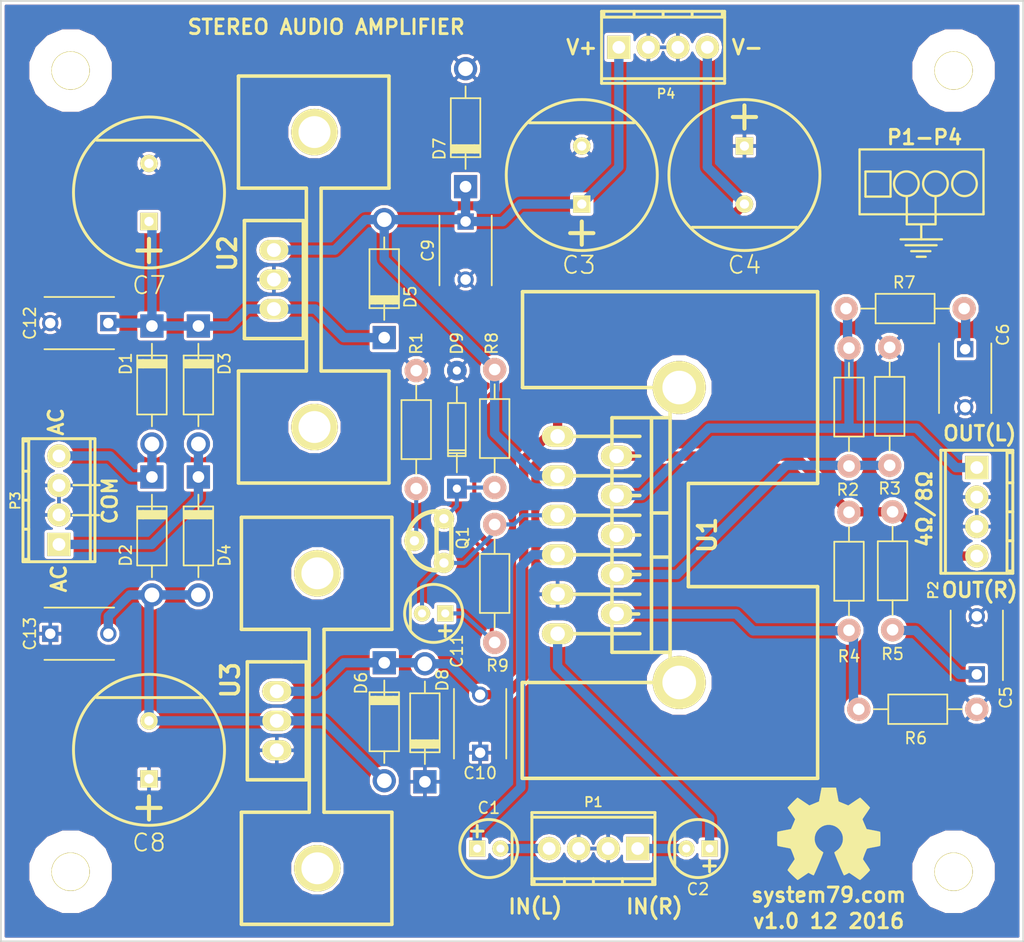
<source format=kicad_pcb>
(kicad_pcb (version 4) (host pcbnew 4.0.2-stable)
  (layers (0 F.Cu signal) (31 B.Cu signal) (34 B.Paste user) (35 F.Paste user) (36 B.SilkS user) (37 F.SilkS user) (38 B.Mask user) (39 F.Mask user) (44 Edge.Cuts user))
  (net 0 "")
  (net 1 "Net-(C1-Pad1)")
  (net 2 "Net-(C1-Pad2)")
  (net 3 "Net-(C2-Pad1)")
  (net 4 "Net-(C2-Pad2)")
  (net 5 GND)
  (net 6 +V)
  (net 7 -V)
  (net 8 "Net-(C5-Pad1)")
  (net 9 "Net-(C6-Pad1)")
  (net 10 "Net-(D1-Pad2)")
  (net 11 "Net-(D3-Pad2)")
  (net 12 "Net-(P2-Pad4)")
  (net 13 "Net-(P2-Pad1)")
  (net 14 "Net-(R2-Pad2)")
  (net 15 "Net-(R4-Pad1)")
  (net 16 "Net-(C11-Pad2)")
  (net 17 "Net-(D9-Pad1)")
  (net 18 "Net-(Q1-Pad2)")
  (net 19 "Net-(C12-Pad1)")
  (net 20 "Net-(C13-Pad2)")
  (module Capacitors_THT:C_Disc_D6_P5 (layer F.Cu) (at 135.25 135.75 90)
    (fp_text reference C10 (at -1.75 0 180) (layer F.SilkS))
    (fp_text value 100n)
    (pad 1 thru_hole rect (at 0 0 90) (size 1.4 1.4) (drill 0.9) (layers *.Cu *.Mask) (net 5 GND))
    (pad 2 thru_hole circle (at 5 0 90) (size 1.4 1.4) (drill 0.9) (layers *.Cu *.Mask) (net 7 -V))
  )
  (module MyModules:2MM-POL-CAP (layer F.Cu) (at 136 144)
    (fp_text reference C1 (at 0 -3.5) (layer F.SilkS))
    (fp_text value 1µ hide)
    (pad 1 thru_hole rect (at -1 0) (size 1.4 1.4) (drill 0.7) (layers *.Cu *.Mask F.SilkS) (net 1 "Net-(C1-Pad1)"))
    (pad 2 thru_hole circle (at 1 0) (size 1.4 1.4) (drill 0.7) (layers *.Cu *.Mask F.SilkS) (net 2 "Net-(C1-Pad2)"))
  )
  (module MyModules:2MM-POL-CAP (layer F.Cu) (at 154 144 180)
    (fp_text reference C2 (at 0 -3.5 180) (layer F.SilkS))
    (fp_text value 1µ hide)
    (pad 1 thru_hole rect (at -1 0 180) (size 1.4 1.4) (drill 0.7) (layers *.Cu *.Mask F.SilkS) (net 3 "Net-(C2-Pad1)"))
    (pad 2 thru_hole circle (at 1 0 180) (size 1.4 1.4) (drill 0.7) (layers *.Cu *.Mask F.SilkS) (net 4 "Net-(C2-Pad2)"))
  )
  (module MyModules:5MM-POL-CAP (layer F.Cu) (at 144 86 90)
    (fp_text reference C3 (at -7.75 -0.25 180) (layer F.SilkS) (effects (font (size 1.5 1.5))))
    (fp_text value 1000µ hide)
    (pad 1 thru_hole rect (at -2.5 0 90) (size 1.5 1.5) (drill 0.8) (layers *.Cu *.Mask F.SilkS) (net 6 +V))
    (pad 2 thru_hole circle (at 2.5 0 90) (size 1.5 1.5) (drill 0.8) (layers *.Cu *.Mask F.SilkS) (net 5 GND))
  )
  (module MyModules:5MM-POL-CAP (layer F.Cu) (at 158 86 270)
    (fp_text reference C4 (at 7.75 0 360) (layer F.SilkS) (effects (font (size 1.5 1.5))))
    (fp_text value 1000µ hide)
    (pad 1 thru_hole rect (at -2.5 0 270) (size 1.5 1.5) (drill 0.8) (layers *.Cu *.Mask F.SilkS) (net 5 GND))
    (pad 2 thru_hole circle (at 2.5 0 270) (size 1.5 1.5) (drill 0.8) (layers *.Cu *.Mask F.SilkS) (net 7 -V))
  )
  (module Capacitors_THT:C_Disc_D6_P5 (layer F.Cu) (at 178 129 90)
    (fp_text reference C5 (at -2 2.5 90) (layer F.SilkS))
    (fp_text value 100n)
    (pad 1 thru_hole rect (at 0 0 90) (size 1.4 1.4) (drill 0.9) (layers *.Cu *.Mask) (net 8 "Net-(C5-Pad1)"))
    (pad 2 thru_hole circle (at 5 0 90) (size 1.4 1.4) (drill 0.9) (layers *.Cu *.Mask) (net 5 GND))
  )
  (module Capacitors_THT:C_Disc_D6_P5 (layer F.Cu) (at 177 101 270)
    (fp_text reference C6 (at -1.25 -3.25 270) (layer F.SilkS))
    (fp_text value 100n)
    (pad 1 thru_hole rect (at 0 0 270) (size 1.4 1.4) (drill 0.9) (layers *.Cu *.Mask) (net 9 "Net-(C6-Pad1)"))
    (pad 2 thru_hole circle (at 5 0 270) (size 1.4 1.4) (drill 0.9) (layers *.Cu *.Mask) (net 5 GND))
  )
  (module MyModules:5MM-POL-CAP (layer F.Cu) (at 106.75 87.5 90)
    (fp_text reference C7 (at -8 0 180) (layer F.SilkS) (effects (font (size 1.5 1.5))))
    (fp_text value 2200µ hide)
    (pad 1 thru_hole rect (at -2.5 0 90) (size 1.5 1.5) (drill 0.8) (layers *.Cu *.Mask F.SilkS) (net 19 "Net-(C12-Pad1)"))
    (pad 2 thru_hole circle (at 2.5 0 90) (size 1.5 1.5) (drill 0.8) (layers *.Cu *.Mask F.SilkS) (net 5 GND))
  )
  (module MyModules:5MM-POL-CAP (layer F.Cu) (at 106.75 135.5 90)
    (fp_text reference C8 (at -8 0 180) (layer F.SilkS) (effects (font (size 1.5 1.5))))
    (fp_text value 2200µ hide)
    (pad 1 thru_hole rect (at -2.5 0 90) (size 1.5 1.5) (drill 0.8) (layers *.Cu *.Mask F.SilkS) (net 5 GND))
    (pad 2 thru_hole circle (at 2.5 0 90) (size 1.5 1.5) (drill 0.8) (layers *.Cu *.Mask F.SilkS) (net 20 "Net-(C13-Pad2)"))
  )
  (module Capacitors_THT:C_Disc_D6_P5 (layer F.Cu) (at 134 90 270)
    (fp_text reference C9 (at 2.5 3.25 270) (layer F.SilkS))
    (fp_text value 100n)
    (pad 1 thru_hole rect (at 0 0 270) (size 1.4 1.4) (drill 0.9) (layers *.Cu *.Mask) (net 6 +V))
    (pad 2 thru_hole circle (at 5 0 270) (size 1.4 1.4) (drill 0.9) (layers *.Cu *.Mask) (net 5 GND))
  )
  (module Resistors_THT:Resistor_Horizontal_RM10mm (layer F.Cu) (at 129.75 113 90)
    (fp_text reference R1 (at 12.5 0 90) (layer F.SilkS))
    (fp_text value 10K)
    (pad 1 thru_hole circle (at 0 0 90) (size 1.99898 1.99898) (drill 1.00076) (layers *.Cu *.SilkS *.Mask) (net 18 "Net-(Q1-Pad2)"))
    (pad 2 thru_hole circle (at 10.16 0 90) (size 1.99898 1.99898) (drill 1.00076) (layers *.Cu *.SilkS *.Mask) (net 5 GND))
  )
  (module Resistors_THT:Resistor_Horizontal_RM10mm (layer F.Cu) (at 167 100.9 270)
    (fp_text reference R2 (at 12.2 0.1 540) (layer F.SilkS))
    (fp_text value 18K)
    (pad 1 thru_hole circle (at 0 0 270) (size 1.99898 1.99898) (drill 1.00076) (layers *.Cu *.SilkS *.Mask) (net 13 "Net-(P2-Pad1)"))
    (pad 2 thru_hole circle (at 10.16 0 270) (size 1.99898 1.99898) (drill 1.00076) (layers *.Cu *.SilkS *.Mask) (net 14 "Net-(R2-Pad2)"))
  )
  (module Resistors_THT:Resistor_Horizontal_RM10mm (layer F.Cu) (at 170.5 111 90)
    (fp_text reference R3 (at -2 0 180) (layer F.SilkS))
    (fp_text value 560)
    (pad 1 thru_hole circle (at 0 0 90) (size 1.99898 1.99898) (drill 1.00076) (layers *.Cu *.SilkS *.Mask) (net 14 "Net-(R2-Pad2)"))
    (pad 2 thru_hole circle (at 10.16 0 90) (size 1.99898 1.99898) (drill 1.00076) (layers *.Cu *.SilkS *.Mask) (net 5 GND))
  )
  (module Resistors_THT:Resistor_Horizontal_RM10mm (layer F.Cu) (at 167 125.2 90)
    (fp_text reference R4 (at -2.25 0 180) (layer F.SilkS))
    (fp_text value 18K)
    (pad 1 thru_hole circle (at 0 0 90) (size 1.99898 1.99898) (drill 1.00076) (layers *.Cu *.SilkS *.Mask) (net 15 "Net-(R4-Pad1)"))
    (pad 2 thru_hole circle (at 10.16 0 90) (size 1.99898 1.99898) (drill 1.00076) (layers *.Cu *.SilkS *.Mask) (net 12 "Net-(P2-Pad4)"))
  )
  (module Resistors_THT:Resistor_Horizontal_RM10mm (layer F.Cu) (at 170.75 115 270)
    (fp_text reference R5 (at 12.25 0 360) (layer F.SilkS))
    (fp_text value 4.7)
    (pad 1 thru_hole circle (at 0 0 270) (size 1.99898 1.99898) (drill 1.00076) (layers *.Cu *.SilkS *.Mask) (net 12 "Net-(P2-Pad4)"))
    (pad 2 thru_hole circle (at 10.16 0 270) (size 1.99898 1.99898) (drill 1.00076) (layers *.Cu *.SilkS *.Mask) (net 8 "Net-(C5-Pad1)"))
  )
  (module Resistors_THT:Resistor_Horizontal_RM10mm (layer F.Cu) (at 178 132 180)
    (fp_text reference R6 (at 5.25 -2.5 180) (layer F.SilkS))
    (fp_text value 560)
    (pad 1 thru_hole circle (at 0 0 180) (size 1.99898 1.99898) (drill 1.00076) (layers *.Cu *.SilkS *.Mask) (net 5 GND))
    (pad 2 thru_hole circle (at 10.16 0 180) (size 1.99898 1.99898) (drill 1.00076) (layers *.Cu *.SilkS *.Mask) (net 15 "Net-(R4-Pad1)"))
  )
  (module Resistors_THT:Resistor_Horizontal_RM10mm (layer F.Cu) (at 166.75 97.5)
    (fp_text reference R7 (at 5 -2.25) (layer F.SilkS))
    (fp_text value 4.7)
    (pad 1 thru_hole circle (at 0 0) (size 1.99898 1.99898) (drill 1.00076) (layers *.Cu *.SilkS *.Mask) (net 13 "Net-(P2-Pad1)"))
    (pad 2 thru_hole circle (at 10.16 0) (size 1.99898 1.99898) (drill 1.00076) (layers *.Cu *.SilkS *.Mask) (net 9 "Net-(C6-Pad1)"))
  )
  (module w_to:to220_std_11cw (layer F.Cu) (at 117.5 95 270)
    (fp_text reference U2 (at -2.25 4 270) (layer F.SilkS) (effects (font (thickness 0.3048))))
    (fp_text value LM7812CT hide)
    (pad 1 thru_hole oval (at 2.54 0 270) (size 1.74498 2.49936) (drill 1.19888) (layers *.Cu *.Mask F.SilkS) (net 19 "Net-(C12-Pad1)"))
    (pad 2 thru_hole oval (at 0 0 270) (size 1.74752 2.49936) (drill 1.19888) (layers *.Cu *.Mask F.SilkS) (net 5 GND))
    (pad 3 thru_hole oval (at -2.54 0 270) (size 1.74752 2.49936) (drill 1.19888) (layers *.Cu *.Mask F.SilkS) (net 6 +V))
    (pad "" thru_hole circle (at 12.7 -3.4925 270) (size 4.0005 4.0005) (drill 2.74828) (layers *.Cu *.Mask F.SilkS))
    (pad "" thru_hole circle (at -12.7 -3.4925 270) (size 4.0005 4.0005) (drill 2.74828) (layers *.Cu *.Mask F.SilkS))
  )
  (module w_to:to220_std_11cw (layer F.Cu) (at 117.75 133 270)
    (fp_text reference U3 (at -3.5 4 270) (layer F.SilkS) (effects (font (thickness 0.3048))))
    (fp_text value LM7912CT hide)
    (pad 1 thru_hole oval (at 2.54 0 270) (size 1.74498 2.49936) (drill 1.19888) (layers *.Cu *.Mask F.SilkS) (net 5 GND))
    (pad 2 thru_hole oval (at 0 0 270) (size 1.74752 2.49936) (drill 1.19888) (layers *.Cu *.Mask F.SilkS) (net 20 "Net-(C13-Pad2)"))
    (pad 3 thru_hole oval (at -2.54 0 270) (size 1.74752 2.49936) (drill 1.19888) (layers *.Cu *.Mask F.SilkS) (net 7 -V))
    (pad "" thru_hole circle (at 12.7 -3.4925 270) (size 4.0005 4.0005) (drill 2.74828) (layers *.Cu *.Mask F.SilkS))
    (pad "" thru_hole circle (at -12.7 -3.4925 270) (size 4.0005 4.0005) (drill 2.74828) (layers *.Cu *.Mask F.SilkS))
  )
  (module MyModules:Diode-DO-41 (layer F.Cu) (at 130.5 138.25 90)
    (fp_text reference D8 (at 8.75 1.5 90) (layer F.SilkS))
    (fp_text value 1N4004)
    (pad 2 thru_hole circle (at 10.16 -0.00254 270) (size 1.99898 1.99898) (drill 1.27) (layers *.Cu *.Mask) (net 7 -V))
    (pad 1 thru_hole rect (at 0 -0.00254 270) (size 1.99898 1.99898) (drill 1.00076) (layers *.Cu *.Mask) (net 5 GND))
  )
  (module MyModules:Diode-DO-41 (layer F.Cu) (at 134 87 90)
    (fp_text reference D7 (at 3.25 -2.25 90) (layer F.SilkS))
    (fp_text value 1N4004)
    (pad 2 thru_hole circle (at 10.16 -0.00254 270) (size 1.99898 1.99898) (drill 1.27) (layers *.Cu *.Mask) (net 5 GND))
    (pad 1 thru_hole rect (at 0 -0.00254 270) (size 1.99898 1.99898) (drill 1.00076) (layers *.Cu *.Mask) (net 6 +V))
  )
  (module MyModules:Diode-DO-41 (layer F.Cu) (at 127 128 270)
    (fp_text reference D6 (at 1.75 2 270) (layer F.SilkS))
    (fp_text value 1N4004)
    (pad 2 thru_hole circle (at 10.16 -0.00254 90) (size 1.99898 1.99898) (drill 1.27) (layers *.Cu *.Mask) (net 20 "Net-(C13-Pad2)"))
    (pad 1 thru_hole rect (at 0 -0.00254 90) (size 1.99898 1.99898) (drill 1.00076) (layers *.Cu *.Mask) (net 7 -V))
  )
  (module MyModules:Diode-DO-41 (layer F.Cu) (at 127 100 90)
    (fp_text reference D5 (at 3.5 2.25 90) (layer F.SilkS))
    (fp_text value 1N4004)
    (pad 2 thru_hole circle (at 10.16 -0.00254 270) (size 1.99898 1.99898) (drill 1.27) (layers *.Cu *.Mask) (net 6 +V))
    (pad 1 thru_hole rect (at 0 -0.00254 270) (size 1.99898 1.99898) (drill 1.00076) (layers *.Cu *.Mask) (net 19 "Net-(C12-Pad1)"))
  )
  (module MyModules:Diode-DO-41 (layer F.Cu) (at 111 112 270)
    (fp_text reference D4 (at 6.75 -2.25 270) (layer F.SilkS))
    (fp_text value 1N4004)
    (pad 2 thru_hole circle (at 10.16 -0.00254 90) (size 1.99898 1.99898) (drill 1.27) (layers *.Cu *.Mask) (net 20 "Net-(C13-Pad2)"))
    (pad 1 thru_hole rect (at 0 -0.00254 90) (size 1.99898 1.99898) (drill 1.00076) (layers *.Cu *.Mask) (net 11 "Net-(D3-Pad2)"))
  )
  (module MyModules:Diode-DO-41 (layer F.Cu) (at 111 99 270)
    (fp_text reference D3 (at 3.25 -2.25 270) (layer F.SilkS))
    (fp_text value 1N4004)
    (pad 2 thru_hole circle (at 10.16 -0.00254 90) (size 1.99898 1.99898) (drill 1.27) (layers *.Cu *.Mask) (net 11 "Net-(D3-Pad2)"))
    (pad 1 thru_hole rect (at 0 -0.00254 90) (size 1.99898 1.99898) (drill 1.00076) (layers *.Cu *.Mask) (net 19 "Net-(C12-Pad1)"))
  )
  (module MyModules:Diode-DO-41 (layer F.Cu) (at 107 112 270)
    (fp_text reference D2 (at 6.75 2.25 270) (layer F.SilkS))
    (fp_text value 1N4004)
    (pad 2 thru_hole circle (at 10.16 -0.00254 90) (size 1.99898 1.99898) (drill 1.27) (layers *.Cu *.Mask) (net 20 "Net-(C13-Pad2)"))
    (pad 1 thru_hole rect (at 0 -0.00254 90) (size 1.99898 1.99898) (drill 1.00076) (layers *.Cu *.Mask) (net 10 "Net-(D1-Pad2)"))
  )
  (module MyModules:Diode-DO-41 (layer F.Cu) (at 107 99 270)
    (fp_text reference D1 (at 3.25 2.25 270) (layer F.SilkS))
    (fp_text value 1N4004)
    (pad 2 thru_hole circle (at 10.16 -0.00254 90) (size 1.99898 1.99898) (drill 1.27) (layers *.Cu *.Mask) (net 10 "Net-(D1-Pad2)"))
    (pad 1 thru_hole rect (at 0 -0.00254 90) (size 1.99898 1.99898) (drill 1.00076) (layers *.Cu *.Mask) (net 19 "Net-(C12-Pad1)"))
  )
  (module MyModules:Multiwatt11-6400BG (layer F.Cu) (at 147 117 270)
    (fp_text reference U1 (at 0 -7.80034 270) (layer F.SilkS) (effects (font (thickness 0.3048))))
    (fp_text value TDA7269A hide)
    (pad 1 thru_hole oval (at -8.49884 5.08 270) (size 1.80086 2.70002) (drill 1.24968) (layers *.Cu *.Mask F.SilkS) (net 7 -V))
    (pad 2 thru_hole oval (at -6.79958 0 270) (size 1.80086 2.70002) (drill 1.24968) (layers *.Cu *.Mask F.SilkS) (net 12 "Net-(P2-Pad4)"))
    (pad 3 thru_hole oval (at -5.10032 5.08 270) (size 1.80086 2.70002) (drill 1.24968) (layers *.Cu *.Mask F.SilkS) (net 6 +V))
    (pad 4 thru_hole oval (at -3.40106 0 270) (size 1.80086 2.70002) (drill 1.24968) (layers *.Cu *.Mask F.SilkS) (net 13 "Net-(P2-Pad1)"))
    (pad 5 thru_hole oval (at -1.69926 5.08 270) (size 1.80086 2.70002) (drill 1.24968) (layers *.Cu *.Mask F.SilkS) (net 16 "Net-(C11-Pad2)"))
    (pad 6 thru_hole oval (at 0 0 270) (size 1.80086 2.70002) (drill 1.24968) (layers *.Cu *.Mask F.SilkS))
    (pad 7 thru_hole oval (at 1.69926 5.08 270) (size 1.80086 2.70002) (drill 1.24968) (layers *.Cu *.Mask F.SilkS) (net 1 "Net-(C1-Pad1)"))
    (pad 8 thru_hole oval (at 3.40106 0 270) (size 1.80086 2.70002) (drill 1.24968) (layers *.Cu *.Mask F.SilkS) (net 14 "Net-(R2-Pad2)"))
    (pad 9 thru_hole oval (at 5.10032 5.08 270) (size 1.80086 2.70002) (drill 1.24968) (layers *.Cu *.Mask F.SilkS) (net 5 GND))
    (pad 10 thru_hole oval (at 6.79958 0 270) (size 1.80086 2.70002) (drill 1.24968) (layers *.Cu *.Mask F.SilkS) (net 15 "Net-(R4-Pad1)"))
    (pad 11 thru_hole oval (at 8.49884 5.08 270) (size 1.80086 2.70002) (drill 1.24968) (layers *.Cu *.Mask F.SilkS) (net 3 "Net-(C2-Pad1)"))
    (pad "" thru_hole circle (at 12.7 -5.38734 270) (size 4.572 4.572) (drill 2.8956) (layers *.Cu *.Mask F.SilkS) (clearance 0.5))
    (pad "" thru_hole circle (at -12.7 -5.38734 270) (size 4.572 4.572) (drill 2.8956) (layers *.Cu *.Mask F.SilkS) (clearance 0.5))
  )
  (module w_conn_mpt:mpt_0,5%2f4-2,54 (layer F.Cu) (at 145 144)
    (fp_text reference P1 (at 0 -4) (layer F.SilkS) (effects (font (size 0.8128 0.8128) (thickness 0.1524))))
    (fp_text value CONN_01X04 hide)
    (pad 4 thru_hole oval (at -3.81 0) (size 1.99898 1.99898) (drill 1.09728) (layers *.Cu *.Mask F.SilkS) (net 2 "Net-(C1-Pad2)"))
    (pad 1 thru_hole rect (at 3.81 0) (size 1.99898 1.99898) (drill 1.09728) (layers *.Cu *.Mask F.SilkS) (net 4 "Net-(C2-Pad2)"))
    (pad 2 thru_hole oval (at 1.27 0) (size 1.99898 1.99898) (drill 1.09728) (layers *.Cu *.Mask F.SilkS) (net 5 GND))
    (pad 3 thru_hole oval (at -1.27 0) (size 1.99898 1.99898) (drill 1.09728) (layers *.Cu *.Mask F.SilkS) (net 5 GND))
  )
  (module w_conn_mpt:mpt_0,5%2f4-2,54 (layer F.Cu) (at 178 115 90)
    (fp_text reference P2 (at -6.75 -3.75 270) (layer F.SilkS) (effects (font (size 0.8128 0.8128) (thickness 0.1524))))
    (fp_text value CONN_01X04 hide)
    (pad 4 thru_hole oval (at -3.81 0 90) (size 1.99898 1.99898) (drill 1.09728) (layers *.Cu *.Mask F.SilkS) (net 12 "Net-(P2-Pad4)"))
    (pad 1 thru_hole rect (at 3.81 0 90) (size 1.99898 1.99898) (drill 1.09728) (layers *.Cu *.Mask F.SilkS) (net 13 "Net-(P2-Pad1)"))
    (pad 2 thru_hole oval (at 1.27 0 90) (size 1.99898 1.99898) (drill 1.09728) (layers *.Cu *.Mask F.SilkS) (net 5 GND))
    (pad 3 thru_hole oval (at -1.27 0 90) (size 1.99898 1.99898) (drill 1.09728) (layers *.Cu *.Mask F.SilkS) (net 5 GND))
  )
  (module w_conn_mpt:mpt_0,5%2f4-2,54 (layer F.Cu) (at 99 114 270)
    (fp_text reference P3 (at 0.046 3.75 270) (layer F.SilkS) (effects (font (size 0.8128 0.8128) (thickness 0.1524))))
    (fp_text value CONN_01X04 hide)
    (pad 4 thru_hole oval (at -3.81 0 270) (size 1.99898 1.99898) (drill 1.09728) (layers *.Cu *.Mask F.SilkS) (net 10 "Net-(D1-Pad2)"))
    (pad 1 thru_hole rect (at 3.81 0 270) (size 1.99898 1.99898) (drill 1.09728) (layers *.Cu *.Mask F.SilkS) (net 11 "Net-(D3-Pad2)"))
    (pad 2 thru_hole oval (at 1.27 0 270) (size 1.99898 1.99898) (drill 1.09728) (layers *.Cu *.Mask F.SilkS) (net 5 GND))
    (pad 3 thru_hole oval (at -1.27 0 270) (size 1.99898 1.99898) (drill 1.09728) (layers *.Cu *.Mask F.SilkS) (net 5 GND))
  )
  (module w_conn_mpt:mpt_0,5%2f4-2,54 (layer F.Cu) (at 151 75 180)
    (fp_text reference P4 (at -0.25 -4 180) (layer F.SilkS) (effects (font (size 0.8128 0.8128) (thickness 0.1524))))
    (fp_text value CONN_01X04 hide)
    (pad 4 thru_hole oval (at -3.81 0 180) (size 1.99898 1.99898) (drill 1.09728) (layers *.Cu *.Mask F.SilkS) (net 7 -V))
    (pad 1 thru_hole rect (at 3.81 0 180) (size 1.99898 1.99898) (drill 1.09728) (layers *.Cu *.Mask F.SilkS) (net 6 +V))
    (pad 2 thru_hole oval (at 1.27 0 180) (size 1.99898 1.99898) (drill 1.09728) (layers *.Cu *.Mask F.SilkS) (net 5 GND))
    (pad 3 thru_hole oval (at -1.27 0 180) (size 1.99898 1.99898) (drill 1.09728) (layers *.Cu *.Mask F.SilkS) (net 5 GND))
  )
  (module MyModules:HOLE-0.125-INCH (layer F.Cu) (at 176 77)
    (fp_text reference HOLE-0.125-INCH hide)
    (fp_text value VAL** hide)
    (pad "" thru_hole circle (at 0 0) (size 3.302 3.302) (drill 3.175) (layers *.Cu *.Mask F.SilkS) (clearance 1.905))
  )
  (module MyModules:HOLE-0.125-INCH (layer F.Cu) (at 176 146)
    (fp_text reference HOLE-0.125-INCH hide)
    (fp_text value VAL** hide)
    (pad "" thru_hole circle (at 0 0) (size 3.302 3.302) (drill 3.175) (layers *.Cu *.Mask F.SilkS) (clearance 1.905))
  )
  (module MyModules:HOLE-0.125-INCH (layer F.Cu) (at 100 77)
    (fp_text reference HOLE-0.125-INCH hide)
    (fp_text value VAL** hide)
    (pad "" thru_hole circle (at 0 0) (size 3.302 3.302) (drill 3.175) (layers *.Cu *.Mask F.SilkS) (clearance 1.905))
  )
  (module MyModules:HOLE-0.125-INCH (layer F.Cu) (at 100 146)
    (fp_text reference HOLE-0.125-INCH hide)
    (fp_text value VAL** hide)
    (pad "" thru_hole circle (at 0 0) (size 3.302 3.302) (drill 3.175) (layers *.Cu *.Mask F.SilkS) (clearance 1.905))
  )
  (module Symbols:OSHW-Symbol_8.9x8mm_SilkScreen (layer F.Cu) (at 165.25 142.75)
    (fp_text reference REF*** hide)
    (fp_text value OSHW-Symbol_8.9x8mm_SilkScreen hide)
  )
  (module MyModules:2MM-POL-CAP (layer F.Cu) (at 131.25 123.75 180)
    (fp_text reference C11 (at -2 -3.25 450) (layer F.SilkS))
    (fp_text value 1µ hide)
    (pad 1 thru_hole rect (at -1 0 180) (size 1.4 1.4) (drill 0.7) (layers *.Cu *.Mask F.SilkS) (net 6 +V))
    (pad 2 thru_hole circle (at 1 0 180) (size 1.4 1.4) (drill 0.7) (layers *.Cu *.Mask F.SilkS) (net 16 "Net-(C11-Pad2)"))
  )
  (module Diodes_THT:Diode_DO-35_SOD27_Horizontal_RM10 (layer F.Cu) (at 133.25 113 90)
    (fp_text reference D9 (at 12.5 0 90) (layer F.SilkS))
    (fp_text value 1N5231)
    (pad 2 thru_hole circle (at 10.16052 -0.00254 270) (size 1.69926 1.69926) (drill 0.70104) (layers *.Cu *.Mask) (net 5 GND))
    (pad 1 thru_hole rect (at 0.00052 -0.00254 270) (size 1.69926 1.69926) (drill 0.70104) (layers *.Cu *.Mask) (net 17 "Net-(D9-Pad1)"))
  )
  (module Resistors_THT:Resistor_Horizontal_RM10mm (layer F.Cu) (at 136.5 102.75 270)
    (fp_text reference R8 (at -2.25 0.25 270) (layer F.SilkS))
    (fp_text value 10K)
    (pad 1 thru_hole circle (at 0 0 270) (size 1.99898 1.99898) (drill 1.00076) (layers *.Cu *.SilkS *.Mask) (net 6 +V))
    (pad 2 thru_hole circle (at 10.16 0 270) (size 1.99898 1.99898) (drill 1.00076) (layers *.Cu *.SilkS *.Mask) (net 17 "Net-(D9-Pad1)"))
  )
  (module Resistors_THT:Resistor_Horizontal_RM10mm (layer F.Cu) (at 136.5 126.25 90)
    (fp_text reference R9 (at -2 0.25 180) (layer F.SilkS))
    (fp_text value 10K)
    (pad 1 thru_hole circle (at 0 0 90) (size 1.99898 1.99898) (drill 1.00076) (layers *.Cu *.SilkS *.Mask) (net 6 +V))
    (pad 2 thru_hole circle (at 10.16 0 90) (size 1.99898 1.99898) (drill 1.00076) (layers *.Cu *.SilkS *.Mask) (net 16 "Net-(C11-Pad2)"))
  )
  (module w_to:to92_3 (layer F.Cu) (at 131.5 117.5 90)
    (fp_text reference Q1 (at 0.25 2.25 90) (layer F.SilkS))
    (fp_text value PN2222A hide)
    (pad 1 thru_hole circle (at 1.905 0.635 90) (size 1.75006 1.75006) (drill 0.8001) (layers *.Cu *.Mask F.SilkS) (net 17 "Net-(D9-Pad1)"))
    (pad 2 thru_hole circle (at 0 -1.905 90) (size 1.75006 1.75006) (drill 0.8001) (layers *.Cu *.Mask F.SilkS) (net 18 "Net-(Q1-Pad2)"))
    (pad 3 thru_hole circle (at -1.905 0.635 90) (size 1.75006 1.75006) (drill 0.8001) (layers *.Cu *.Mask F.SilkS) (net 16 "Net-(C11-Pad2)"))
  )
  (module Capacitors_THT:C_Disc_D6_P5 (layer F.Cu) (at 103.25 98.75 180)
    (fp_text reference C12 (at 6.75 0 270) (layer F.SilkS))
    (fp_text value 100n)
    (pad 1 thru_hole rect (at 0 0 180) (size 1.4 1.4) (drill 0.9) (layers *.Cu *.Mask) (net 19 "Net-(C12-Pad1)"))
    (pad 2 thru_hole circle (at 5 0 180) (size 1.4 1.4) (drill 0.9) (layers *.Cu *.Mask) (net 5 GND))
  )
  (module Capacitors_THT:C_Disc_D6_P5 (layer F.Cu) (at 98.25 125.5)
    (fp_text reference C13 (at -1.75 0 90) (layer F.SilkS))
    (fp_text value 100n)
    (pad 1 thru_hole rect (at 0 0) (size 1.4 1.4) (drill 0.9) (layers *.Cu *.Mask) (net 5 GND))
    (pad 2 thru_hole circle (at 5 0) (size 1.4 1.4) (drill 0.9) (layers *.Cu *.Mask) (net 20 "Net-(C13-Pad2)"))
  )
  (gr_text P1-P4 (at 173.5 82.75 360) (layer F.SilkS) (effects (font (size 1.25 1.25) (thickness 0.25))))
  (gr_line (start 171.974 90.2436) (end 174.4378 90.2436) (layer F.SilkS) (width 0.2))
  (gr_line (start 100.203 115.2906) (end 102.4382 115.2906) (angle 90) (layer F.SilkS) (width 0.2))
  (gr_line (start 100.2538 112.6998) (end 102.489 112.6998) (angle 90) (layer F.SilkS) (width 0.2))
  (gr_text COM (at 103.378 114.046 90) (layer F.SilkS) (effects (font (size 1.25 1.25) (thickness 0.25))))
  (gr_text "STEREO AUDIO AMPLIFIER" (at 122 73.25) (layer F.SilkS) (effects (font (size 1.25 1.25) (thickness 0.25))))
  (gr_text system79.com (at 165.25 148) (layer F.SilkS) (effects (font (size 1.25 1.25) (thickness 0.25))))
  (gr_text "v1.0 12 2016" (at 165.25 150.25) (layer F.SilkS) (effects (font (size 1.25 1.25) (thickness 0.25))))
  (gr_text 4Ω/8Ω (at 173.5 114.75 90) (layer F.SilkS) (effects (font (size 1.25 1.25) (thickness 0.25))))
  (gr_line (start 172.8376 93.0376) (end 173.5996 93.0376) (layer F.SilkS) (width 0.2))
  (gr_line (start 172.355 92.555) (end 174.006 92.555) (layer F.SilkS) (width 0.2))
  (gr_line (start 171.8724 92.047) (end 174.5394 92.047) (layer F.SilkS) (width 0.2))
  (gr_line (start 174.9966 91.539) (end 171.4406 91.539) (layer F.SilkS) (width 0.2))
  (gr_line (start 173.2186 90.269) (end 173.2186 91.539) (layer F.SilkS) (width 0.2))
  (gr_line (start 174.4505 87.856) (end 174.4505 90.243633) (layer F.SilkS) (width 0.2))
  (gr_line (start 171.974 87.856) (end 171.974 90.243735) (layer F.SilkS) (width 0.2))
  (gr_line (start 178.578 89.38) (end 178.578 89.126) (layer F.SilkS) (width 0.2))
  (gr_line (start 167.91 89.38) (end 178.578 89.38) (layer F.SilkS) (width 0.2))
  (gr_line (start 178.578 83.792) (end 178.578 89.38) (layer F.SilkS) (width 0.2))
  (gr_line (start 167.91 83.792) (end 178.578 83.792) (layer F.SilkS) (width 0.2))
  (gr_line (start 167.91 83.792) (end 167.91 89.38) (layer F.SilkS) (width 0.2))
  (gr_line (start 168.418 85.697) (end 170.577 85.697) (angle 90) (layer F.SilkS) (width 0.2))
  (gr_line (start 168.418 87.856) (end 168.418 85.697) (angle 90) (layer F.SilkS) (width 0.2))
  (gr_line (start 170.577 87.856) (end 168.418 87.856) (angle 90) (layer F.SilkS) (width 0.2))
  (gr_line (start 170.577 85.697) (end 170.577 87.856) (angle 90) (layer F.SilkS) (width 0.2))
  (gr_circle (center 176.93934 86.75) (end 177.68934 87.5) (layer F.SilkS) (width 0.2))
  (gr_circle (center 174.43934 86.75) (end 175.18934 87.5) (layer F.SilkS) (width 0.2))
  (gr_circle (center 171.93934 86.75) (end 172.68934 87.5) (layer F.SilkS) (width 0.2))
  (gr_text AC (at 99 120.75 90) (layer F.SilkS) (effects (font (size 1.25 1.25) (thickness 0.25))))
  (gr_text AC (at 98.75 107.25 90) (layer F.SilkS) (effects (font (size 1.25 1.25) (thickness 0.25))))
  (gr_text "V+\n" (at 144 75) (layer F.SilkS) (effects (font (size 1.25 1.25) (thickness 0.25))))
  (gr_text "V-\n" (at 158.25 75) (layer F.SilkS) (effects (font (size 1.25 1.25) (thickness 0.25))))
  (gr_text "OUT(R)\n" (at 178.25 121.75) (layer F.SilkS) (effects (font (size 1.25 1.25) (thickness 0.25))))
  (gr_text "OUT(L)\n" (at 178.25 108.25) (layer F.SilkS) (effects (font (size 1.25 1.25) (thickness 0.25))))
  (gr_text "IN(R)" (at 150.25 149) (layer F.SilkS) (effects (font (size 1.25 1.25) (thickness 0.25))))
  (gr_text "IN(L)" (at 140 149) (layer F.SilkS) (effects (font (size 1.25 1.25) (thickness 0.25))))
  (gr_line (start 94 152) (end 94 71) (angle 90) (layer Edge.Cuts) (width 0.15))
  (gr_line (start 182 152) (end 94 152) (angle 90) (layer Edge.Cuts) (width 0.15))
  (gr_line (start 182 71) (end 182 152) (angle 90) (layer Edge.Cuts) (width 0.15))
  (gr_line (start 94 71) (end 182 71) (angle 90) (layer Edge.Cuts) (width 0.15))
  (segment (start 135 144) (end 135 142.5) (width 0.8) (layer B.Cu) (net 1))
  (segment (start 135 142.5) (end 138.75 138.75) (width 0.8) (layer B.Cu) (net 1))
  (segment (start 138.75 138.75) (end 138.75 119.71925) (width 0.8) (layer B.Cu) (net 1))
  (segment (start 139.76999 118.69926) (end 141.92 118.69926) (width 0.8) (layer B.Cu) (net 1))
  (segment (start 138.75 119.71925) (end 139.76999 118.69926) (width 0.8) (layer B.Cu) (net 1))
  (segment (start 141.19 144) (end 137 144) (width 0.8) (layer B.Cu) (net 2))
  (segment (start 141.92 125.49884) (end 141.92 128.32) (width 0.8) (layer B.Cu) (net 3))
  (segment (start 141.92 128.32) (end 155 141.4) (width 0.8) (layer B.Cu) (net 3))
  (segment (start 155 141.4) (end 155 144) (width 0.8) (layer B.Cu) (net 3))
  (segment (start 148.81 144) (end 153 144) (width 0.8) (layer B.Cu) (net 4))
  (segment (start 126.99746 89.84) (end 126.99746 93.24746) (width 0.8) (layer B.Cu) (net 6))
  (segment (start 126.99746 93.24746) (end 136.5 102.75) (width 0.8) (layer B.Cu) (net 6))
  (segment (start 136.5 102.75) (end 136.5 108.25) (width 0.8) (layer B.Cu) (net 6))
  (segment (start 136.5 108.25) (end 140.14968 111.89968) (width 0.8) (layer B.Cu) (net 6))
  (segment (start 140.14968 111.89968) (end 141.92 111.89968) (width 0.8) (layer B.Cu) (net 6))
  (segment (start 136.5 126.25) (end 136.25 126) (width 0.35) (layer F.Cu) (net 6))
  (segment (start 136.25 126) (end 136.25 119) (width 0.35) (layer F.Cu) (net 6))
  (segment (start 136.25 119) (end 134.75 117.5) (width 0.35) (layer F.Cu) (net 6))
  (segment (start 136.498978 104.5) (end 136.5 104.5) (width 0.35) (layer F.Cu) (net 6))
  (segment (start 134.75 117.5) (end 134.75 106.248978) (width 0.35) (layer F.Cu) (net 6))
  (segment (start 134.75 106.248978) (end 136.498978 104.5) (width 0.35) (layer F.Cu) (net 6))
  (segment (start 136.5 104.5) (end 136.5 102.75) (width 0.35) (layer F.Cu) (net 6))
  (segment (start 132.25 123.75) (end 133.75 123.75) (width 0.35) (layer B.Cu) (net 6))
  (segment (start 133.75 123.75) (end 136.5 126.25) (width 0.35) (layer B.Cu) (net 6))
  (segment (start 133.99746 87) (end 133.99746 89.99746) (width 0.8) (layer B.Cu) (net 6))
  (segment (start 126.99746 89.84) (end 133.84 89.84) (width 0.8) (layer B.Cu) (net 6))
  (segment (start 138.7 88.5) (end 137.2 90) (width 0.8) (layer B.Cu) (net 6))
  (segment (start 137.2 90) (end 134 90) (width 0.8) (layer B.Cu) (net 6))
  (segment (start 144 88.5) (end 138.7 88.5) (width 0.8) (layer B.Cu) (net 6))
  (segment (start 133.84 89.84) (end 134 90) (width 0.8) (layer B.Cu) (net 6))
  (segment (start 133.99746 89.99746) (end 134 90) (width 0.8) (layer B.Cu) (net 6))
  (segment (start 147.19 85.31) (end 144.749999 87.750001) (width 0.8) (layer B.Cu) (net 6))
  (segment (start 144.749999 87.750001) (end 144 88.5) (width 0.8) (layer B.Cu) (net 6))
  (segment (start 141.92 111.89968) (end 142.36958 111.89968) (width 0.8) (layer B.Cu) (net 6))
  (segment (start 125.36 89.84) (end 122.74 92.46) (width 0.8) (layer B.Cu) (net 6))
  (segment (start 122.74 92.46) (end 117.5 92.46) (width 0.8) (layer B.Cu) (net 6))
  (segment (start 126.99746 89.84) (end 125.36 89.84) (width 0.8) (layer B.Cu) (net 6))
  (segment (start 147.19 75) (end 147.19 85.31) (width 0.8) (layer B.Cu) (net 6))
  (segment (start 141.92 108.50116) (end 140.99884 108.50116) (width 0.8) (layer F.Cu) (net 7))
  (segment (start 139 129.25) (end 137.5 130.75) (width 0.8) (layer F.Cu) (net 7))
  (segment (start 140.99884 108.50116) (end 139 110.5) (width 0.8) (layer F.Cu) (net 7))
  (segment (start 139 110.5) (end 139 129.25) (width 0.8) (layer F.Cu) (net 7))
  (segment (start 137.5 130.75) (end 135.25 130.75) (width 0.8) (layer F.Cu) (net 7))
  (segment (start 130.49746 128.09) (end 132.59 128.09) (width 0.8) (layer B.Cu) (net 7))
  (segment (start 132.59 128.09) (end 135.25 130.75) (width 0.8) (layer B.Cu) (net 7))
  (segment (start 127.00254 128) (end 130.40746 128) (width 0.8) (layer B.Cu) (net 7))
  (segment (start 130.40746 128) (end 130.49746 128.09) (width 0.8) (layer B.Cu) (net 7))
  (segment (start 154.81 75) (end 154.81 85.31) (width 0.8) (layer B.Cu) (net 7))
  (segment (start 154.81 85.31) (end 158 88.5) (width 0.8) (layer B.Cu) (net 7))
  (segment (start 141.92 108.50116) (end 141.92 104.58) (width 0.8) (layer F.Cu) (net 7))
  (segment (start 141.92 104.58) (end 158 88.5) (width 0.8) (layer F.Cu) (net 7))
  (segment (start 123.50968 128) (end 127.00254 128) (width 0.8) (layer B.Cu) (net 7))
  (segment (start 117.75 130.46) (end 121.04968 130.46) (width 0.8) (layer B.Cu) (net 7))
  (segment (start 121.04968 130.46) (end 123.50968 128) (width 0.8) (layer B.Cu) (net 7))
  (segment (start 178 129) (end 176.5 129) (width 0.8) (layer B.Cu) (net 8))
  (segment (start 176.5 129) (end 172.722 125.222) (width 0.8) (layer B.Cu) (net 8))
  (segment (start 172.722 125.222) (end 170.812 125.222) (width 0.8) (layer B.Cu) (net 8))
  (segment (start 170.812 125.222) (end 170.75 125.16) (width 0.8) (layer B.Cu) (net 8))
  (segment (start 177 101) (end 177.038 100.962) (width 0.8) (layer B.Cu) (net 9))
  (segment (start 177.038 100.962) (end 177.038 97.628) (width 0.8) (layer B.Cu) (net 9))
  (segment (start 177.038 97.628) (end 176.91 97.5) (width 0.8) (layer B.Cu) (net 9))
  (segment (start 103.39305 110.19) (end 99 110.19) (width 0.8) (layer B.Cu) (net 10))
  (segment (start 105.20305 112) (end 103.39305 110.19) (width 0.8) (layer B.Cu) (net 10))
  (segment (start 107.00254 112) (end 105.20305 112) (width 0.8) (layer B.Cu) (net 10))
  (segment (start 107.00254 112) (end 107.00254 109.16) (width 0.8) (layer B.Cu) (net 10))
  (segment (start 106.99203 117.81) (end 99 117.81) (width 0.8) (layer B.Cu) (net 11))
  (segment (start 111.00254 113.79949) (end 106.99203 117.81) (width 0.8) (layer B.Cu) (net 11))
  (segment (start 111.00254 112) (end 111.00254 113.79949) (width 0.8) (layer B.Cu) (net 11))
  (segment (start 111.00254 109.16) (end 111.00254 112) (width 0.8) (layer B.Cu) (net 11))
  (segment (start 178 118.81) (end 175.01 118.81) (width 0.8) (layer F.Cu) (net 12))
  (segment (start 175.01 118.81) (end 171.2 115) (width 0.8) (layer F.Cu) (net 12))
  (segment (start 171.2 115) (end 170.75 115) (width 0.8) (layer F.Cu) (net 12))
  (segment (start 170.75 115) (end 167.04 115) (width 0.8) (layer F.Cu) (net 12))
  (segment (start 167.04 115) (end 167 115.04) (width 0.8) (layer F.Cu) (net 12))
  (segment (start 147 110.20042) (end 162.36042 110.20042) (width 0.8) (layer F.Cu) (net 12))
  (segment (start 162.36042 110.20042) (end 167 115.04) (width 0.8) (layer F.Cu) (net 12))
  (segment (start 172.81051 107.8) (end 167 107.8) (width 0.8) (layer B.Cu) (net 13))
  (segment (start 167 107.8) (end 154.94895 107.8) (width 0.8) (layer B.Cu) (net 13))
  (segment (start 167 100.9) (end 167 107.8) (width 0.8) (layer B.Cu) (net 13))
  (segment (start 178 111.19) (end 176.20051 111.19) (width 0.8) (layer B.Cu) (net 13))
  (segment (start 176.20051 111.19) (end 172.81051 107.8) (width 0.8) (layer B.Cu) (net 13))
  (segment (start 154.94895 107.8) (end 149.15001 113.59894) (width 0.8) (layer B.Cu) (net 13))
  (segment (start 149.15001 113.59894) (end 147 113.59894) (width 0.8) (layer B.Cu) (net 13))
  (segment (start 167 100.9) (end 167.005 100.905) (width 0.8) (layer B.Cu) (net 13))
  (segment (start 166.75 97.5) (end 166.878 97.628) (width 0.8) (layer B.Cu) (net 13))
  (segment (start 166.878 97.628) (end 166.878 100.778) (width 0.8) (layer B.Cu) (net 13))
  (segment (start 166.878 100.778) (end 167 100.9) (width 0.8) (layer B.Cu) (net 13))
  (segment (start 167 111.06) (end 166.94 111) (width 0.8) (layer B.Cu) (net 14))
  (segment (start 166.94 111) (end 161.6 111) (width 0.8) (layer B.Cu) (net 14))
  (segment (start 161.6 111) (end 152.19894 120.40106) (width 0.8) (layer B.Cu) (net 14))
  (segment (start 152.19894 120.40106) (end 147 120.40106) (width 0.8) (layer B.Cu) (net 14))
  (segment (start 170.5 111) (end 167.06 111) (width 0.8) (layer B.Cu) (net 14))
  (segment (start 167.06 111) (end 167 111.06) (width 0.8) (layer B.Cu) (net 14))
  (segment (start 147 123.79958) (end 157.29958 123.79958) (width 0.8) (layer B.Cu) (net 15))
  (segment (start 157.29958 123.79958) (end 158.75 125.25) (width 0.8) (layer B.Cu) (net 15))
  (segment (start 158.75 125.25) (end 166.95 125.25) (width 0.8) (layer B.Cu) (net 15))
  (segment (start 166.95 125.25) (end 167 125.2) (width 0.8) (layer B.Cu) (net 15))
  (segment (start 167 125.2) (end 167.386 125.586) (width 0.8) (layer B.Cu) (net 15))
  (segment (start 167.386 125.586) (end 167.386 131.546) (width 0.8) (layer B.Cu) (net 15))
  (segment (start 167.386 131.546) (end 167.84 132) (width 0.8) (layer B.Cu) (net 15))
  (segment (start 138.16 116.09) (end 138.94926 115.30074) (width 0.35) (layer B.Cu) (net 16))
  (segment (start 138.94926 115.30074) (end 141.92 115.30074) (width 0.35) (layer B.Cu) (net 16))
  (segment (start 136.5 116.09) (end 138.16 116.09) (width 0.35) (layer B.Cu) (net 16))
  (segment (start 132.135 119.405) (end 133.845 119.405) (width 0.35) (layer B.Cu) (net 16))
  (segment (start 133.845 119.405) (end 136.5 116.75) (width 0.35) (layer B.Cu) (net 16))
  (segment (start 136.5 116.75) (end 136.5 116.09) (width 0.35) (layer B.Cu) (net 16))
  (segment (start 130.25 123.75) (end 130.25 121.29) (width 0.35) (layer B.Cu) (net 16))
  (segment (start 130.25 121.29) (end 132.135 119.405) (width 0.35) (layer B.Cu) (net 16))
  (segment (start 133.24746 112.99948) (end 133.24746 114.48254) (width 0.35) (layer B.Cu) (net 17))
  (segment (start 133.24746 114.48254) (end 132.135 115.595) (width 0.35) (layer B.Cu) (net 17))
  (segment (start 136.5 112.91) (end 133.33694 112.91) (width 0.35) (layer B.Cu) (net 17))
  (segment (start 133.33694 112.91) (end 133.24746 112.99948) (width 0.35) (layer B.Cu) (net 17))
  (segment (start 129.75 113) (end 129.75 117.345) (width 0.35) (layer B.Cu) (net 18))
  (segment (start 129.75 117.345) (end 129.595 117.5) (width 0.35) (layer B.Cu) (net 18))
  (segment (start 103.25 98.75) (end 106.75254 98.75) (width 0.8) (layer B.Cu) (net 19))
  (segment (start 106.75254 98.75) (end 107.00254 99) (width 0.8) (layer B.Cu) (net 19))
  (segment (start 117.5 97.54) (end 115.21 97.54) (width 0.8) (layer B.Cu) (net 19))
  (segment (start 115.21 97.54) (end 113.75 99) (width 0.8) (layer B.Cu) (net 19))
  (segment (start 113.75 99) (end 111.00254 99) (width 0.8) (layer B.Cu) (net 19))
  (segment (start 107.00254 99) (end 107.00254 90.25254) (width 0.8) (layer B.Cu) (net 19))
  (segment (start 107.00254 90.25254) (end 106.75 90) (width 0.8) (layer B.Cu) (net 19))
  (segment (start 123.50968 100) (end 126.99746 100) (width 0.8) (layer B.Cu) (net 19))
  (segment (start 117.5 97.54) (end 121.04968 97.54) (width 0.8) (layer B.Cu) (net 19))
  (segment (start 121.04968 97.54) (end 123.50968 100) (width 0.8) (layer B.Cu) (net 19))
  (segment (start 107.00254 99) (end 111.00254 99) (width 0.8) (layer B.Cu) (net 19))
  (segment (start 107.00254 122.16) (end 105.09 122.16) (width 0.8) (layer B.Cu) (net 20))
  (segment (start 105.09 122.16) (end 103.25 124) (width 0.8) (layer B.Cu) (net 20))
  (segment (start 103.25 124) (end 103.25 125.5) (width 0.8) (layer B.Cu) (net 20))
  (segment (start 117.75 133) (end 106.75 133) (width 0.8) (layer B.Cu) (net 20))
  (segment (start 106.75 133) (end 106.75 122.41254) (width 0.8) (layer B.Cu) (net 20))
  (segment (start 106.75 122.41254) (end 107.00254 122.16) (width 0.8) (layer B.Cu) (net 20))
  (segment (start 107.00254 122.16) (end 111.00254 122.16) (width 0.8) (layer B.Cu) (net 20))
  (segment (start 117.75 133) (end 121.84254 133) (width 0.8) (layer B.Cu) (net 20))
  (segment (start 121.84254 133) (end 127.00254 138.16) (width 0.8) (layer B.Cu) (net 20))
  (zone (net 5) (net_name GND) (layer F.Cu) (connect_pads (clearance 0.254)) (min_thickness 0.2032) (fill yes (arc_segments 16) (thermal_gap 0.254) (thermal_bridge_width 0.3048))
    (polygon (pts (xy 182 152) (xy 94 152) (xy 94 71) (xy 182 71) (xy 182 152)))
  )
  (zone (net 5) (net_name GND) (layer B.Cu) (connect_pads (clearance 0.254)) (min_thickness 0.2032) (fill yes (arc_segments 16) (thermal_gap 0.254) (thermal_bridge_width 0.3048))
    (polygon (pts (xy 182 152) (xy 94 152) (xy 94 71) (xy 182 71) (xy 182 152)))
  )
)
</source>
